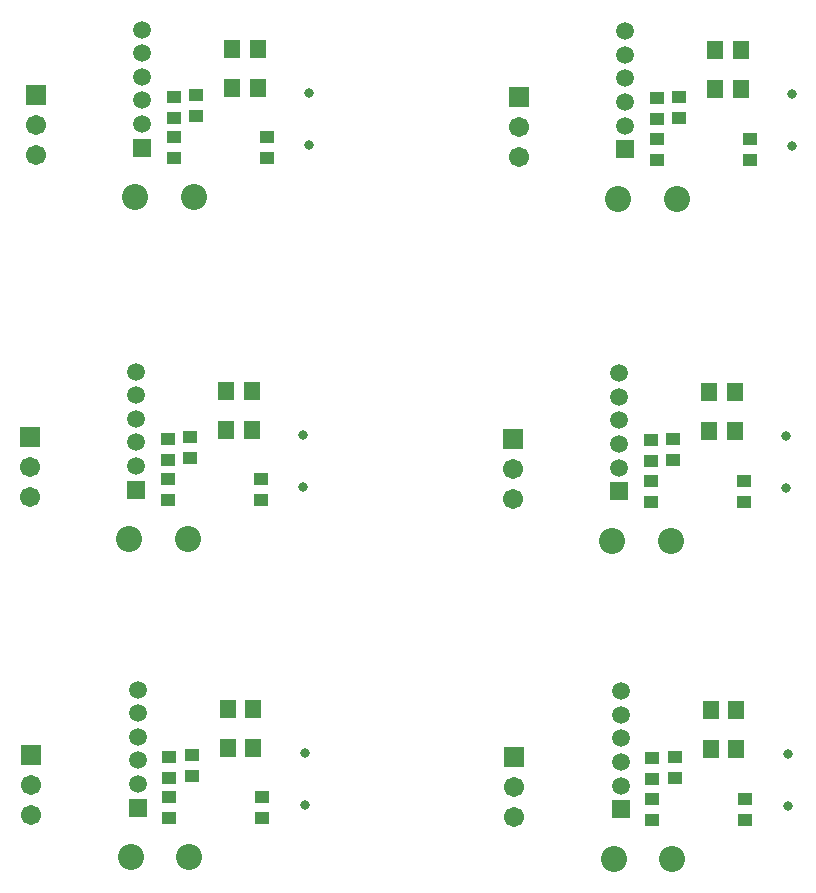
<source format=gbs>
G04 Layer_Color=16711935*
%FSTAX24Y24*%
%MOIN*%
G70*
G01*
G75*
%ADD29R,0.0454X0.0395*%
%ADD33C,0.0316*%
%ADD34C,0.0671*%
%ADD35R,0.0671X0.0671*%
%ADD36C,0.0867*%
%ADD37C,0.0592*%
%ADD38R,0.0592X0.0592*%
%ADD39R,0.0560X0.0635*%
D29*
X02845Y043896D02*
D03*
Y044604D02*
D03*
X0277Y043846D02*
D03*
Y044554D02*
D03*
X0308Y043204D02*
D03*
Y042496D02*
D03*
X0277Y043204D02*
D03*
Y042496D02*
D03*
X04455Y043846D02*
D03*
Y044554D02*
D03*
X0438Y043796D02*
D03*
Y044504D02*
D03*
X0469Y043154D02*
D03*
Y042446D02*
D03*
X0438Y043154D02*
D03*
Y042446D02*
D03*
X0285Y033296D02*
D03*
Y034004D02*
D03*
X02775Y033246D02*
D03*
Y033954D02*
D03*
X03085Y032604D02*
D03*
Y031896D02*
D03*
X02775Y032604D02*
D03*
Y031896D02*
D03*
X0446Y033246D02*
D03*
Y033954D02*
D03*
X04385Y033196D02*
D03*
Y033904D02*
D03*
X04695Y032554D02*
D03*
Y031846D02*
D03*
X04385Y032554D02*
D03*
Y031846D02*
D03*
X044Y054554D02*
D03*
Y053846D02*
D03*
X0471Y054554D02*
D03*
Y053846D02*
D03*
X044Y055196D02*
D03*
Y055904D02*
D03*
X04475Y055246D02*
D03*
Y055954D02*
D03*
X0279Y054604D02*
D03*
Y053896D02*
D03*
X031Y054604D02*
D03*
Y053896D02*
D03*
X0279Y055246D02*
D03*
Y055954D02*
D03*
X02865Y055296D02*
D03*
Y056004D02*
D03*
D33*
X032228Y042954D02*
D03*
Y044686D02*
D03*
X048328Y042904D02*
D03*
Y044636D02*
D03*
X032278Y032354D02*
D03*
Y034086D02*
D03*
X048378Y032304D02*
D03*
Y034036D02*
D03*
X048528Y054304D02*
D03*
Y056036D02*
D03*
X032428Y054354D02*
D03*
Y056086D02*
D03*
D34*
X0231Y0426D02*
D03*
Y0436D02*
D03*
X0392Y04255D02*
D03*
Y04355D02*
D03*
X02315Y032D02*
D03*
Y033D02*
D03*
X03925Y03195D02*
D03*
Y03295D02*
D03*
X0394Y05395D02*
D03*
Y05495D02*
D03*
X0233Y054D02*
D03*
Y055D02*
D03*
D35*
X0231Y0446D02*
D03*
X0392Y04455D02*
D03*
X02315Y034D02*
D03*
X03925Y03395D02*
D03*
X0394Y05595D02*
D03*
X0233Y056D02*
D03*
D36*
X026425Y0412D02*
D03*
X028375D02*
D03*
X042525Y04115D02*
D03*
X044475D02*
D03*
X026475Y0306D02*
D03*
X028425D02*
D03*
X042575Y03055D02*
D03*
X044525D02*
D03*
X042725Y05255D02*
D03*
X044675D02*
D03*
X026625Y0526D02*
D03*
X028575D02*
D03*
D37*
X02665Y046787D02*
D03*
Y046D02*
D03*
Y045212D02*
D03*
Y043637D02*
D03*
Y044425D02*
D03*
X04275Y046737D02*
D03*
Y04595D02*
D03*
Y045162D02*
D03*
Y043587D02*
D03*
Y044375D02*
D03*
X0267Y036187D02*
D03*
Y0354D02*
D03*
Y034612D02*
D03*
Y033037D02*
D03*
Y033825D02*
D03*
X0428Y036137D02*
D03*
Y03535D02*
D03*
Y034562D02*
D03*
Y032987D02*
D03*
Y033775D02*
D03*
X04295Y058137D02*
D03*
Y05735D02*
D03*
Y056562D02*
D03*
Y054987D02*
D03*
Y055775D02*
D03*
X02685Y058187D02*
D03*
Y0574D02*
D03*
Y056612D02*
D03*
Y055037D02*
D03*
Y055825D02*
D03*
D38*
X02665Y04285D02*
D03*
X04275Y0428D02*
D03*
X0267Y03225D02*
D03*
X0428Y0322D02*
D03*
X04295Y0542D02*
D03*
X02685Y05425D02*
D03*
D39*
X0305Y044856D02*
D03*
Y046144D02*
D03*
X02965Y044856D02*
D03*
Y046144D02*
D03*
X0466Y044806D02*
D03*
Y046094D02*
D03*
X04575Y044806D02*
D03*
Y046094D02*
D03*
X03055Y034256D02*
D03*
Y035544D02*
D03*
X0297Y034256D02*
D03*
Y035544D02*
D03*
X04665Y034206D02*
D03*
Y035494D02*
D03*
X0458Y034206D02*
D03*
Y035494D02*
D03*
X04595Y056206D02*
D03*
Y057494D02*
D03*
X0468Y056206D02*
D03*
Y057494D02*
D03*
X02985Y056256D02*
D03*
Y057544D02*
D03*
X0307Y056256D02*
D03*
Y057544D02*
D03*
M02*

</source>
